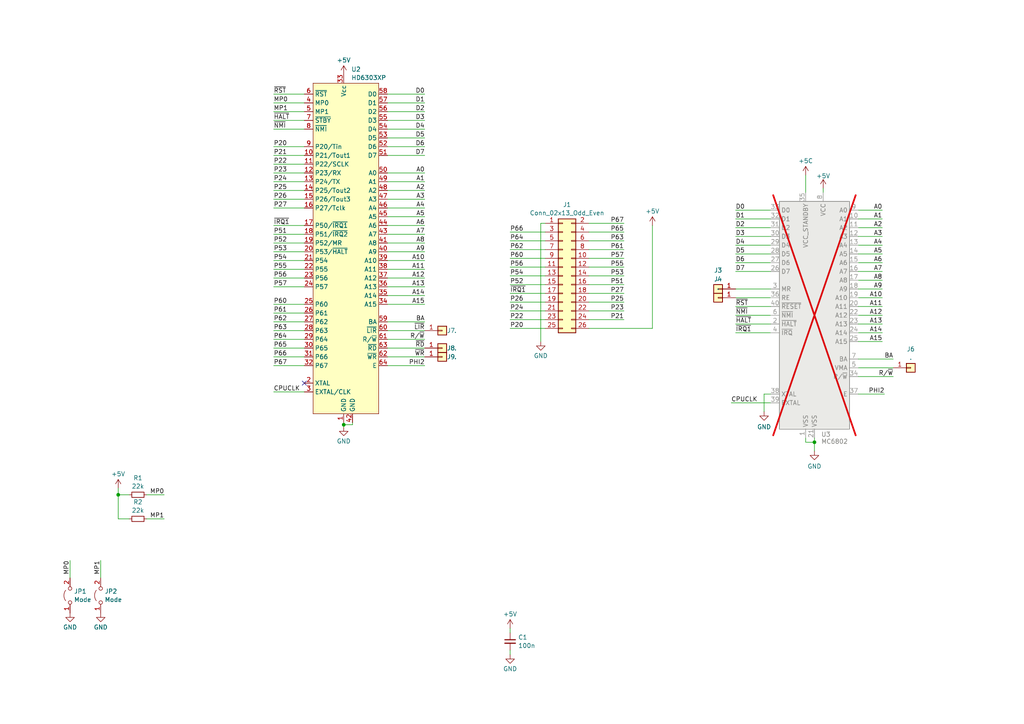
<source format=kicad_sch>
(kicad_sch (version 20231120) (generator "eeschema") (generator_version "8.0")
  (paper "A4")
  (lib_symbols
    (symbol "CPU_NXP_6800:MC6802"
      (property "Reference" "U99" (at 1.9559 -34.552 0))
      (property "Value" "MC6802" (at 1.9559 -36.6 0))
      (symbol "MC6802_0_1"
        (rectangle (start -10.16 -33.02) (end 10.16 33.02) (stroke (width 0.254)) (fill (type background)))
      )
      (symbol "MC6802_1_1"
        (pin power_in line (at -2.54 -35.56 90) (length 2.54) (name "VSS") (number "1"))
        (pin output line (at 12.7 27.94 180) (length 2.54) (name "A1") (number "10"))
        (pin output line (at 12.7 25.4 180) (length 2.54) (name "A2") (number "11"))
        (pin output line (at 12.7 22.86 180) (length 2.54) (name "A3") (number "12"))
        (pin output line (at 12.7 20.32 180) (length 2.54) (name "A4") (number "13"))
        (pin output line (at 12.7 17.78 180) (length 2.54) (name "A5") (number "14"))
        (pin output line (at 12.7 15.24 180) (length 2.54) (name "A6") (number "15"))
        (pin output line (at 12.7 12.7 180) (length 2.54) (name "A7") (number "16"))
        (pin output line (at 12.7 10.16 180) (length 2.54) (name "A8") (number "17"))
        (pin output line (at 12.7 7.62 180) (length 2.54) (name "A9") (number "18"))
        (pin output line (at 12.7 5.08 180) (length 2.54) (name "A10") (number "19"))
        (pin input line (at -12.7 -2.54 0) (length 2.54) (name "~{HALT}") (number "2"))
        (pin output line (at 12.7 2.54 180) (length 2.54) (name "A11") (number "20"))
        (pin power_in line (at 0 -35.56 90) (length 2.54) (name "VSS") (number "21"))
        (pin output line (at 12.7 0 180) (length 2.54) (name "A12") (number "22"))
        (pin output line (at 12.7 -2.54 180) (length 2.54) (name "A13") (number "23"))
        (pin output line (at 12.7 -5.08 180) (length 2.54) (name "A14") (number "24"))
        (pin output line (at 12.7 -7.62 180) (length 2.54) (name "A15") (number "25"))
        (pin bidirectional line (at -12.7 12.7 0) (length 2.54) (name "D7") (number "26"))
        (pin bidirectional line (at -12.7 15.24 0) (length 2.54) (name "D6") (number "27"))
        (pin bidirectional line (at -12.7 17.78 0) (length 2.54) (name "D5") (number "28"))
        (pin bidirectional line (at -12.7 20.32 0) (length 2.54) (name "D4") (number "29"))
        (pin input line (at -12.7 7.62 0) (length 2.54) (name "MR") (number "3"))
        (pin bidirectional line (at -12.7 22.86 0) (length 2.54) (name "D3") (number "30"))
        (pin bidirectional line (at -12.7 25.4 0) (length 2.54) (name "D2") (number "31"))
        (pin bidirectional line (at -12.7 27.94 0) (length 2.54) (name "D1") (number "32"))
        (pin bidirectional line (at -12.7 30.48 0) (length 2.54) (name "D0") (number "33"))
        (pin output line (at 12.7 -17.78 180) (length 2.54) (name "R/~{W}") (number "34"))
        (pin power_in line (at -2.54 35.56 270) (length 2.54) (name "VCC_STANDBY") (number "35"))
        (pin input line (at -12.7 5.08 0) (length 2.54) (name "RE") (number "36"))
        (pin output line (at 12.7 -22.86 180) (length 2.54) (name "E") (number "37"))
        (pin passive line (at -12.7 -22.86 0) (length 2.54) (name "XTAL") (number "38"))
        (pin passive line (at -12.7 -25.4 0) (length 2.54) (name "EXTAL") (number "39"))
        (pin input line (at -12.7 -5.08 0) (length 2.54) (name "~{IRQ}") (number "4"))
        (pin input line (at -12.7 2.54 0) (length 2.54) (name "~{RESET}") (number "40"))
        (pin output line (at 12.7 -15.24 180) (length 2.54) (name "VMA") (number "5"))
        (pin input line (at -12.7 0 0) (length 2.54) (name "~{NMI}") (number "6"))
        (pin output line (at 12.7 -12.7 180) (length 2.54) (name "BA") (number "7"))
        (pin power_in line (at 2.54 35.56 270) (length 2.54) (name "VCC") (number "8"))
        (pin output line (at 12.7 30.48 180) (length 2.54) (name "A0") (number "9"))
      )
    )
    (symbol "Connector_Generic:Conn_01x01" (pin_names (offset 1.016) hide)
      (property "Reference" "J" (at 0 2.54 0))
      (property "Value" "Conn_01x01" (at 0 -2.54 0))
      (symbol "Conn_01x01_1_1"
        (rectangle (start -1.27 0.127) (end 0 -0.127) (stroke (width 0.1524)))
        (rectangle (start -1.27 1.27) (end 1.27 -1.27) (stroke (width 0.254)) (fill (type background)))
        (pin passive line (at -5.08 0 0) (length 3.81) (name "Pin_1") (number "1"))
      )
    )
    (symbol "Connector_Generic:Conn_02x13_Odd_Even" (pin_names (offset 1.016) hide)
      (property "Reference" "J" (at 1.27 17.78 0))
      (property "Value" "Conn_02x13_Odd_Even" (at 1.27 -17.78 0))
      (symbol "Conn_02x13_Odd_Even_1_1"
        (rectangle (start -1.27 -15.113) (end 0 -15.367) (stroke (width 0.1524)))
        (rectangle (start -1.27 -12.573) (end 0 -12.827) (stroke (width 0.1524)))
        (rectangle (start -1.27 -10.033) (end 0 -10.287) (stroke (width 0.1524)))
        (rectangle (start -1.27 -7.493) (end 0 -7.747) (stroke (width 0.1524)))
        (rectangle (start -1.27 -4.953) (end 0 -5.207) (stroke (width 0.1524)))
        (rectangle (start -1.27 -2.413) (end 0 -2.667) (stroke (width 0.1524)))
        (rectangle (start -1.27 0.127) (end 0 -0.127) (stroke (width 0.1524)))
        (rectangle (start -1.27 2.667) (end 0 2.413) (stroke (width 0.1524)))
        (rectangle (start -1.27 5.207) (end 0 4.953) (stroke (width 0.1524)))
        (rectangle (start -1.27 7.747) (end 0 7.493) (stroke (width 0.1524)))
        (rectangle (start -1.27 10.287) (end 0 10.033) (stroke (width 0.1524)))
        (rectangle (start -1.27 12.827) (end 0 12.573) (stroke (width 0.1524)))
        (rectangle (start -1.27 15.367) (end 0 15.113) (stroke (width 0.1524)))
        (rectangle (start -1.27 16.51) (end 3.81 -16.51) (stroke (width 0.254)) (fill (type background)))
        (rectangle (start 3.81 -15.113) (end 2.54 -15.367) (stroke (width 0.1524)))
        (rectangle (start 3.81 -12.573) (end 2.54 -12.827) (stroke (width 0.1524)))
        (rectangle (start 3.81 -10.033) (end 2.54 -10.287) (stroke (width 0.1524)))
        (rectangle (start 3.81 -7.493) (end 2.54 -7.747) (stroke (width 0.1524)))
        (rectangle (start 3.81 -4.953) (end 2.54 -5.207) (stroke (width 0.1524)))
        (rectangle (start 3.81 -2.413) (end 2.54 -2.667) (stroke (width 0.1524)))
        (rectangle (start 3.81 0.127) (end 2.54 -0.127) (stroke (width 0.1524)))
        (rectangle (start 3.81 2.667) (end 2.54 2.413) (stroke (width 0.1524)))
        (rectangle (start 3.81 5.207) (end 2.54 4.953) (stroke (width 0.1524)))
        (rectangle (start 3.81 7.747) (end 2.54 7.493) (stroke (width 0.1524)))
        (rectangle (start 3.81 10.287) (end 2.54 10.033) (stroke (width 0.1524)))
        (rectangle (start 3.81 12.827) (end 2.54 12.573) (stroke (width 0.1524)))
        (rectangle (start 3.81 15.367) (end 2.54 15.113) (stroke (width 0.1524)))
        (pin passive line (at -5.08 15.24 0) (length 3.81) (name "Pin_1") (number "1"))
        (pin passive line (at 7.62 5.08 180) (length 3.81) (name "Pin_10") (number "10"))
        (pin passive line (at -5.08 2.54 0) (length 3.81) (name "Pin_11") (number "11"))
        (pin passive line (at 7.62 2.54 180) (length 3.81) (name "Pin_12") (number "12"))
        (pin passive line (at -5.08 0 0) (length 3.81) (name "Pin_13") (number "13"))
        (pin passive line (at 7.62 0 180) (length 3.81) (name "Pin_14") (number "14"))
        (pin passive line (at -5.08 -2.54 0) (length 3.81) (name "Pin_15") (number "15"))
        (pin passive line (at 7.62 -2.54 180) (length 3.81) (name "Pin_16") (number "16"))
        (pin passive line (at -5.08 -5.08 0) (length 3.81) (name "Pin_17") (number "17"))
        (pin passive line (at 7.62 -5.08 180) (length 3.81) (name "Pin_18") (number "18"))
        (pin passive line (at -5.08 -7.62 0) (length 3.81) (name "Pin_19") (number "19"))
        (pin passive line (at 7.62 15.24 180) (length 3.81) (name "Pin_2") (number "2"))
        (pin passive line (at 7.62 -7.62 180) (length 3.81) (name "Pin_20") (number "20"))
        (pin passive line (at -5.08 -10.16 0) (length 3.81) (name "Pin_21") (number "21"))
        (pin passive line (at 7.62 -10.16 180) (length 3.81) (name "Pin_22") (number "22"))
        (pin passive line (at -5.08 -12.7 0) (length 3.81) (name "Pin_23") (number "23"))
        (pin passive line (at 7.62 -12.7 180) (length 3.81) (name "Pin_24") (number "24"))
        (pin passive line (at -5.08 -15.24 0) (length 3.81) (name "Pin_25") (number "25"))
        (pin passive line (at 7.62 -15.24 180) (length 3.81) (name "Pin_26") (number "26"))
        (pin passive line (at -5.08 12.7 0) (length 3.81) (name "Pin_3") (number "3"))
        (pin passive line (at 7.62 12.7 180) (length 3.81) (name "Pin_4") (number "4"))
        (pin passive line (at -5.08 10.16 0) (length 3.81) (name "Pin_5") (number "5"))
        (pin passive line (at 7.62 10.16 180) (length 3.81) (name "Pin_6") (number "6"))
        (pin passive line (at -5.08 7.62 0) (length 3.81) (name "Pin_7") (number "7"))
        (pin passive line (at 7.62 7.62 180) (length 3.81) (name "Pin_8") (number "8"))
        (pin passive line (at -5.08 5.08 0) (length 3.81) (name "Pin_9") (number "9"))
      )
    )
    (symbol "Device:C_Small" (pin_numbers hide) (pin_names (offset 0.254) hide)
      (property "Reference" "C" (at 0.254 1.778 0))
      (property "Value" "C_Small" (at 0.254 -2.032 0))
      (symbol "C_Small_0_1"
        (polyline (pts (xy -1.524 -0.508) (xy 1.524 -0.508)) (stroke (width 0.3302)))
        (polyline (pts (xy -1.524 0.508) (xy 1.524 0.508)) (stroke (width 0.3048)))
      )
      (symbol "C_Small_1_1"
        (pin passive line (at 0 2.54 270) (length 2.032) (name "~") (number "1"))
        (pin passive line (at 0 -2.54 90) (length 2.032) (name "~") (number "2"))
      )
    )
    (symbol "Device:R_Small" (pin_numbers hide) (pin_names (offset 0.254) hide)
      (property "Reference" "R" (at 0.762 0.508 0))
      (property "Value" "R_Small" (at 0.762 -1.016 0))
      (symbol "R_Small_0_1"
        (rectangle (start -0.762 1.778) (end 0.762 -1.778) (stroke (width 0.2032)))
      )
      (symbol "R_Small_1_1"
        (pin passive line (at 0 2.54 270) (length 0.762) (name "~") (number "1"))
        (pin passive line (at 0 -2.54 90) (length 0.762) (name "~") (number "2"))
      )
    )
    (symbol "Jumper:Jumper_2_Open" (pin_names (offset 0) hide)
      (property "Reference" "JP" (at 0 2.794 0))
      (property "Value" "Jumper_2_Open" (at 0 -2.286 0))
      (symbol "Jumper_2_Open_0_0"
        (circle (center -2.032 0) (radius 0.508))
        (circle (center 2.032 0) (radius 0.508))
      )
      (symbol "Jumper_2_Open_0_1"
        (arc (start 1.524 1.27) (mid 0 1.778) (end -1.524 1.27))
      )
      (symbol "Jumper_2_Open_1_1"
        (pin passive line (at -5.08 0 0) (length 2.54) (name "A") (number "1"))
        (pin passive line (at 5.08 0 180) (length 2.54) (name "B") (number "2"))
      )
    )
    (symbol "my_ics_new:HD6303XP"
      (property "Reference" "U" (at 1.905 50.165 0))
      (property "Value" "HD6303XP" (at 6.35 47.625 0))
      (symbol "HD6303XP_1_1"
        (rectangle (start -8.89 46.355) (end 10.16 -49.53) (fill (type background)))
        (pin power_in line (at 0 -52.07 90) (length 2.54) (name "GND") (number "1"))
        (pin bidirectional line (at -11.43 25.4 0) (length 2.54) (name "P21/Tout1") (number "10"))
        (pin bidirectional line (at -11.43 22.86 0) (length 2.54) (name "P22/SCLK") (number "11"))
        (pin bidirectional line (at -11.43 20.32 0) (length 2.54) (name "P23/RX") (number "12"))
        (pin bidirectional line (at -11.43 17.78 0) (length 2.54) (name "P24/TX") (number "13"))
        (pin bidirectional line (at -11.43 15.24 0) (length 2.54) (name "P25/Tout2") (number "14"))
        (pin bidirectional line (at -11.43 12.7 0) (length 2.54) (name "P26/Tout3") (number "15"))
        (pin bidirectional line (at -11.43 10.16 0) (length 2.54) (name "P27/Tclk") (number "16"))
        (pin input line (at -11.43 5.08 0) (length 2.54) (name "P50/~{IRQ1}") (number "17"))
        (pin input line (at -11.43 2.54 0) (length 2.54) (name "P51/~{IRQ2}") (number "18"))
        (pin input line (at -11.43 0 0) (length 2.54) (name "P52/MR") (number "19"))
        (pin output line (at -11.43 -40.64 0) (length 2.54) (name "XTAL") (number "2"))
        (pin input line (at -11.43 -2.54 0) (length 2.54) (name "P53/~{HALT}") (number "20"))
        (pin input line (at -11.43 -5.08 0) (length 2.54) (name "P54") (number "21"))
        (pin input line (at -11.43 -7.62 0) (length 2.54) (name "P55") (number "22"))
        (pin input line (at -11.43 -10.16 0) (length 2.54) (name "P56") (number "23"))
        (pin input line (at -11.43 -12.7 0) (length 2.54) (name "P57") (number "24"))
        (pin bidirectional line (at -11.43 -17.78 0) (length 2.54) (name "P60") (number "25"))
        (pin bidirectional line (at -11.43 -20.32 0) (length 2.54) (name "P61") (number "26"))
        (pin bidirectional line (at -11.43 -22.86 0) (length 2.54) (name "P62") (number "27"))
        (pin bidirectional line (at -11.43 -25.4 0) (length 2.54) (name "P63") (number "28"))
        (pin bidirectional line (at -11.43 -27.94 0) (length 2.54) (name "P64") (number "29"))
        (pin input line (at -11.43 -43.18 0) (length 2.54) (name "EXTAL/CLK") (number "3"))
        (pin bidirectional line (at -11.43 -30.48 0) (length 2.54) (name "P65") (number "30"))
        (pin bidirectional line (at -11.43 -33.02 0) (length 2.54) (name "P66") (number "31"))
        (pin bidirectional line (at -11.43 -35.56 0) (length 2.54) (name "P67") (number "32"))
        (pin power_in line (at 0 48.895 270) (length 2.54) (name "Vcc") (number "33"))
        (pin power_in line (at 12.7 -17.78 180) (length 2.54) (name "A15") (number "34"))
        (pin power_in line (at 12.7 -15.24 180) (length 2.54) (name "A14") (number "35"))
        (pin power_in line (at 12.7 -12.7 180) (length 2.54) (name "A13") (number "36"))
        (pin power_in line (at 12.7 -10.16 180) (length 2.54) (name "A12") (number "37"))
        (pin power_in line (at 12.7 -7.62 180) (length 2.54) (name "A11") (number "38"))
        (pin power_in line (at 12.7 -5.08 180) (length 2.54) (name "A10") (number "39"))
        (pin input line (at -11.43 40.64 0) (length 2.54) (name "MP0") (number "4"))
        (pin power_in line (at 12.7 -2.54 180) (length 2.54) (name "A9") (number "40"))
        (pin power_in line (at 12.7 0 180) (length 2.54) (name "A8") (number "41"))
        (pin power_in line (at 2.54 -52.07 90) (length 2.54) (name "GND") (number "42"))
        (pin power_in line (at 12.7 2.54 180) (length 2.54) (name "A7") (number "43"))
        (pin power_in line (at 12.7 5.08 180) (length 2.54) (name "A6") (number "44"))
        (pin power_in line (at 12.7 7.62 180) (length 2.54) (name "A5") (number "45"))
        (pin power_in line (at 12.7 10.16 180) (length 2.54) (name "A4") (number "46"))
        (pin power_in line (at 12.7 12.7 180) (length 2.54) (name "A3") (number "47"))
        (pin power_in line (at 12.7 15.24 180) (length 2.54) (name "A2") (number "48"))
        (pin power_in line (at 12.7 17.78 180) (length 2.54) (name "A1") (number "49"))
        (pin input line (at -11.43 38.1 0) (length 2.54) (name "MP1") (number "5"))
        (pin power_in line (at 12.7 20.32 180) (length 2.54) (name "A0") (number "50"))
        (pin bidirectional line (at 12.7 25.4 180) (length 2.54) (name "D7") (number "51"))
        (pin bidirectional line (at 12.7 27.94 180) (length 2.54) (name "D6") (number "52"))
        (pin bidirectional line (at 12.7 30.48 180) (length 2.54) (name "D5") (number "53"))
        (pin bidirectional line (at 12.7 33.02 180) (length 2.54) (name "D4") (number "54"))
        (pin bidirectional line (at 12.7 35.56 180) (length 2.54) (name "D3") (number "55"))
        (pin bidirectional line (at 12.7 38.1 180) (length 2.54) (name "D2") (number "56"))
        (pin bidirectional line (at 12.7 40.64 180) (length 2.54) (name "D1") (number "57"))
        (pin bidirectional line (at 12.7 43.18 180) (length 2.54) (name "D0") (number "58"))
        (pin output line (at 12.7 -22.86 180) (length 2.54) (name "BA") (number "59"))
        (pin input line (at -11.43 43.18 0) (length 2.54) (name "~{RST}") (number "6"))
        (pin output line (at 12.7 -25.4 180) (length 2.54) (name "~{LIR}") (number "60"))
        (pin output line (at 12.7 -27.94 180) (length 2.54) (name "R/~{W}") (number "61"))
        (pin output line (at 12.7 -33.02 180) (length 2.54) (name "~{WR}") (number "62"))
        (pin output line (at 12.7 -30.48 180) (length 2.54) (name "~{RD}") (number "63"))
        (pin output line (at 12.7 -35.56 180) (length 2.54) (name "E") (number "64"))
        (pin input line (at -11.43 35.56 0) (length 2.54) (name "~{STBY}") (number "7"))
        (pin input line (at -11.43 33.02 0) (length 2.54) (name "~{NMI}") (number "8"))
        (pin bidirectional line (at -11.43 27.94 0) (length 2.54) (name "P20/Tin") (number "9"))
      )
    )
    (symbol "power:+5C" (power) (pin_names (offset 0))
      (property "Value" "+5C" (at 0 3.556 0))
      (symbol "+5C_0_1"
        (polyline (pts (xy -0.762 1.27) (xy 0 2.54)))
        (polyline (pts (xy 0 0) (xy 0 2.54)))
        (polyline (pts (xy 0 2.54) (xy 0.762 1.27)))
      )
      (symbol "+5C_1_1"
        (pin power_in line (at 0 0 90) (length 0) hide (name "+5C") (number "1"))
      )
    )
    (symbol "power:+5V" (power) (pin_names (offset 0))
      (property "Value" "+5V" (at 0 3.556 0))
      (symbol "+5V_0_1"
        (polyline (pts (xy -0.762 1.27) (xy 0 2.54)))
        (polyline (pts (xy 0 0) (xy 0 2.54)))
        (polyline (pts (xy 0 2.54) (xy 0.762 1.27)))
      )
      (symbol "+5V_1_1"
        (pin power_in line (at 0 0 90) (length 0) hide (name "+5V") (number "1"))
      )
    )
    (symbol "power:GND" (power) (pin_names (offset 0))
      (property "Value" "GND" (at 0 -3.81 0))
      (symbol "GND_0_1"
        (polyline (pts (xy 0 0) (xy 0 -1.27) (xy 1.27 -1.27) (xy 0 -2.54) (xy -1.27 -1.27) (xy 0 -1.27)))
      )
      (symbol "GND_1_1"
        (pin power_in line (at 0 0 270) (length 0) hide (name "GND") (number "1"))
      )
    )
  )
  (junction (at 236.22 128.27))
  (junction (at 99.695 123.19))
  (junction (at 34.29 143.51))
  (no_connect (at 88.265 111.125))
  (wire (pts (xy 79.375 80.645) (xy 88.265 80.645)))
  (wire (pts (xy 223.52 73.66) (xy 213.36 73.66)))
  (wire (pts (xy 170.815 92.71) (xy 180.975 92.71)))
  (wire (pts (xy 79.375 113.665) (xy 88.265 113.665)))
  (wire (pts (xy 248.92 99.06) (xy 255.905 99.06)))
  (wire (pts (xy 170.815 95.25) (xy 189.23 95.25)))
  (wire (pts (xy 79.375 45.085) (xy 88.265 45.085)))
  (wire (pts (xy 147.955 189.865) (xy 147.955 188.595)))
  (wire (pts (xy 259.08 104.14) (xy 248.92 104.14)))
  (wire (pts (xy 223.52 60.96) (xy 213.36 60.96)))
  (wire (pts (xy 112.395 83.185) (xy 123.19 83.185)))
  (wire (pts (xy 170.815 77.47) (xy 180.975 77.47)))
  (wire (pts (xy 223.52 66.04) (xy 213.36 66.04)))
  (wire (pts (xy 79.375 60.325) (xy 88.265 60.325)))
  (wire (pts (xy 112.395 88.265) (xy 123.19 88.265)))
  (wire (pts (xy 79.375 37.465) (xy 88.265 37.465)))
  (wire (pts (xy 213.36 83.82) (xy 223.52 83.82)))
  (wire (pts (xy 20.32 167.64) (xy 20.32 162.56)))
  (wire (pts (xy 112.395 52.705) (xy 123.19 52.705)))
  (wire (pts (xy 99.695 122.555) (xy 99.695 123.19)))
  (wire (pts (xy 112.395 60.325) (xy 123.19 60.325)))
  (wire (pts (xy 112.395 50.165) (xy 123.19 50.165)))
  (wire (pts (xy 212.09 116.84) (xy 223.52 116.84)))
  (wire (pts (xy 112.395 98.425) (xy 123.19 98.425)))
  (wire (pts (xy 233.68 128.27) (xy 233.68 127)))
  (wire (pts (xy 223.52 114.3) (xy 221.615 114.3)))
  (wire (pts (xy 29.21 167.64) (xy 29.21 162.56)))
  (wire (pts (xy 213.36 88.9) (xy 223.52 88.9)))
  (wire (pts (xy 79.375 27.305) (xy 88.265 27.305)))
  (wire (pts (xy 79.375 73.025) (xy 88.265 73.025)))
  (wire (pts (xy 213.36 96.52) (xy 223.52 96.52)))
  (wire (pts (xy 112.395 78.105) (xy 123.19 78.105)))
  (wire (pts (xy 147.955 182.245) (xy 147.955 183.515)))
  (wire (pts (xy 213.36 86.36) (xy 223.52 86.36)))
  (wire (pts (xy 112.395 29.845) (xy 123.19 29.845)))
  (wire (pts (xy 79.375 50.165) (xy 88.265 50.165)))
  (wire (pts (xy 112.395 73.025) (xy 123.19 73.025)))
  (wire (pts (xy 79.375 57.785) (xy 88.265 57.785)))
  (wire (pts (xy 79.375 90.805) (xy 88.265 90.805)))
  (wire (pts (xy 112.395 34.925) (xy 123.19 34.925)))
  (wire (pts (xy 259.08 106.68) (xy 248.92 106.68)))
  (wire (pts (xy 248.92 96.52) (xy 255.905 96.52)))
  (wire (pts (xy 79.375 32.385) (xy 88.265 32.385)))
  (wire (pts (xy 112.395 80.645) (xy 123.19 80.645)))
  (wire (pts (xy 79.375 98.425) (xy 88.265 98.425)))
  (wire (pts (xy 112.395 85.725) (xy 123.19 85.725)))
  (wire (pts (xy 112.395 65.405) (xy 123.19 65.405)))
  (wire (pts (xy 170.815 87.63) (xy 180.975 87.63)))
  (wire (pts (xy 112.395 32.385) (xy 123.19 32.385)))
  (wire (pts (xy 34.29 150.495) (xy 37.465 150.495)))
  (wire (pts (xy 79.375 70.485) (xy 88.265 70.485)))
  (wire (pts (xy 79.375 106.045) (xy 88.265 106.045)))
  (wire (pts (xy 248.92 93.98) (xy 255.905 93.98)))
  (wire (pts (xy 236.22 128.27) (xy 236.22 130.81)))
  (wire (pts (xy 170.815 74.93) (xy 180.975 74.93)))
  (wire (pts (xy 223.52 68.58) (xy 213.36 68.58)))
  (wire (pts (xy 233.68 50.8) (xy 233.68 55.88)))
  (wire (pts (xy 112.395 62.865) (xy 123.19 62.865)))
  (wire (pts (xy 34.29 141.605) (xy 34.29 143.51)))
  (wire (pts (xy 170.815 72.39) (xy 180.975 72.39)))
  (wire (pts (xy 147.955 87.63) (xy 158.115 87.63)))
  (wire (pts (xy 189.23 65.405) (xy 189.23 95.25)))
  (wire (pts (xy 248.92 60.96) (xy 255.905 60.96)))
  (wire (pts (xy 147.955 72.39) (xy 158.115 72.39)))
  (wire (pts (xy 79.375 34.925) (xy 88.265 34.925)))
  (wire (pts (xy 112.395 57.785) (xy 123.19 57.785)))
  (wire (pts (xy 79.375 88.265) (xy 88.265 88.265)))
  (wire (pts (xy 79.375 55.245) (xy 88.265 55.245)))
  (wire (pts (xy 248.92 83.82) (xy 255.905 83.82)))
  (wire (pts (xy 238.76 54.61) (xy 238.76 55.88)))
  (wire (pts (xy 79.375 29.845) (xy 88.265 29.845)))
  (wire (pts (xy 79.375 83.185) (xy 88.265 83.185)))
  (wire (pts (xy 34.29 143.51) (xy 37.465 143.51)))
  (wire (pts (xy 170.815 80.01) (xy 180.975 80.01)))
  (wire (pts (xy 79.375 52.705) (xy 88.265 52.705)))
  (wire (pts (xy 221.615 114.3) (xy 221.615 119.38)))
  (wire (pts (xy 112.395 103.505) (xy 123.19 103.505)))
  (wire (pts (xy 248.92 71.12) (xy 255.905 71.12)))
  (wire (pts (xy 248.92 73.66) (xy 255.905 73.66)))
  (wire (pts (xy 248.92 86.36) (xy 255.905 86.36)))
  (wire (pts (xy 223.52 76.2) (xy 213.36 76.2)))
  (wire (pts (xy 170.815 67.31) (xy 180.975 67.31)))
  (wire (pts (xy 42.545 143.51) (xy 47.625 143.51)))
  (wire (pts (xy 248.92 76.2) (xy 255.905 76.2)))
  (wire (pts (xy 156.845 64.77) (xy 156.845 99.06)))
  (wire (pts (xy 170.815 69.85) (xy 180.975 69.85)))
  (wire (pts (xy 248.92 68.58) (xy 255.905 68.58)))
  (wire (pts (xy 112.395 27.305) (xy 123.19 27.305)))
  (wire (pts (xy 147.955 85.09) (xy 158.115 85.09)))
  (wire (pts (xy 158.115 64.77) (xy 156.845 64.77)))
  (wire (pts (xy 79.375 47.625) (xy 88.265 47.625)))
  (wire (pts (xy 248.92 88.9) (xy 255.905 88.9)))
  (wire (pts (xy 79.375 100.965) (xy 88.265 100.965)))
  (wire (pts (xy 223.52 63.5) (xy 213.36 63.5)))
  (wire (pts (xy 79.375 93.345) (xy 88.265 93.345)))
  (wire (pts (xy 147.955 95.25) (xy 158.115 95.25)))
  (wire (pts (xy 147.955 90.17) (xy 158.115 90.17)))
  (wire (pts (xy 112.395 95.885) (xy 123.19 95.885)))
  (wire (pts (xy 79.375 65.405) (xy 88.265 65.405)))
  (wire (pts (xy 248.92 78.74) (xy 255.905 78.74)))
  (wire (pts (xy 102.235 122.555) (xy 102.235 123.19)))
  (wire (pts (xy 99.695 123.19) (xy 99.695 123.825)))
  (wire (pts (xy 102.235 123.19) (xy 99.695 123.19)))
  (wire (pts (xy 79.375 42.545) (xy 88.265 42.545)))
  (wire (pts (xy 213.36 93.98) (xy 223.52 93.98)))
  (wire (pts (xy 42.545 150.495) (xy 47.625 150.495)))
  (wire (pts (xy 79.375 78.105) (xy 88.265 78.105)))
  (wire (pts (xy 147.955 82.55) (xy 158.115 82.55)))
  (wire (pts (xy 248.92 91.44) (xy 255.905 91.44)))
  (wire (pts (xy 223.52 71.12) (xy 213.36 71.12)))
  (wire (pts (xy 147.955 80.01) (xy 158.115 80.01)))
  (wire (pts (xy 79.375 95.885) (xy 88.265 95.885)))
  (wire (pts (xy 34.29 143.51) (xy 34.29 150.495)))
  (wire (pts (xy 170.815 82.55) (xy 180.975 82.55)))
  (wire (pts (xy 79.375 67.945) (xy 88.265 67.945)))
  (wire (pts (xy 248.92 63.5) (xy 255.905 63.5)))
  (wire (pts (xy 147.955 92.71) (xy 158.115 92.71)))
  (wire (pts (xy 213.36 91.44) (xy 223.52 91.44)))
  (wire (pts (xy 259.08 109.22) (xy 248.92 109.22)))
  (wire (pts (xy 256.54 114.3) (xy 248.92 114.3)))
  (wire (pts (xy 112.395 55.245) (xy 123.19 55.245)))
  (wire (pts (xy 112.395 42.545) (xy 123.19 42.545)))
  (wire (pts (xy 223.52 78.74) (xy 213.36 78.74)))
  (wire (pts (xy 170.815 64.77) (xy 180.975 64.77)))
  (wire (pts (xy 147.955 67.31) (xy 158.115 67.31)))
  (wire (pts (xy 112.395 93.345) (xy 123.19 93.345)))
  (wire (pts (xy 147.955 74.93) (xy 158.115 74.93)))
  (wire (pts (xy 79.375 103.505) (xy 88.265 103.505)))
  (wire (pts (xy 248.92 81.28) (xy 255.905 81.28)))
  (wire (pts (xy 236.22 127) (xy 236.22 128.27)))
  (wire (pts (xy 112.395 67.945) (xy 123.19 67.945)))
  (wire (pts (xy 79.375 75.565) (xy 88.265 75.565)))
  (wire (pts (xy 248.92 66.04) (xy 255.905 66.04)))
  (wire (pts (xy 112.395 45.085) (xy 123.19 45.085)))
  (wire (pts (xy 236.22 128.27) (xy 233.68 128.27)))
  (wire (pts (xy 170.815 85.09) (xy 180.975 85.09)))
  (wire (pts (xy 147.955 69.85) (xy 158.115 69.85)))
  (wire (pts (xy 112.395 70.485) (xy 123.19 70.485)))
  (wire (pts (xy 112.395 37.465) (xy 123.19 37.465)))
  (wire (pts (xy 112.395 75.565) (xy 123.19 75.565)))
  (wire (pts (xy 147.955 77.47) (xy 158.115 77.47)))
  (wire (pts (xy 112.395 100.965) (xy 123.19 100.965)))
  (wire (pts (xy 112.395 106.045) (xy 123.19 106.045)))
  (wire (pts (xy 170.815 90.17) (xy 180.975 90.17)))
  (wire (pts (xy 112.395 40.005) (xy 123.19 40.005)))
  (label "A8" (at 255.905 81.28 180))
  (label "P54" (at 79.375 75.565 0))
  (label "P61" (at 180.975 72.39 180))
  (label "D3" (at 123.19 34.925 180))
  (label "R{slash}~{W}" (at 123.19 98.425 180))
  (label "PHI2" (at 256.54 114.3 180))
  (label "P55" (at 79.375 78.105 0))
  (label "BA" (at 259.08 104.14 180))
  (label "PHI2" (at 123.19 106.045 180))
  (label "MP1" (at 79.375 32.385 0))
  (label "D1" (at 213.36 63.5 0))
  (label "~{IRQ1}" (at 79.375 65.405 0))
  (label "A14" (at 255.905 96.52 180))
  (label "P57" (at 180.975 74.93 180))
  (label "P53" (at 79.375 73.025 0))
  (label "A7" (at 123.19 67.945 180))
  (label "P24" (at 147.955 90.17 0))
  (label "D7" (at 213.36 78.74 0))
  (label "~{NMI}" (at 213.36 91.44 0))
  (label "P27" (at 180.975 85.09 180))
  (label "P61" (at 79.375 90.805 0))
  (label "P60" (at 147.955 74.93 0))
  (label "A6" (at 255.905 76.2 180))
  (label "P67" (at 180.975 64.77 180))
  (label "A15" (at 123.19 88.265 180))
  (label "~{HALT}" (at 79.375 34.925 0))
  (label "P62" (at 79.375 93.345 0))
  (label "R{slash}~{W}" (at 259.08 109.22 180))
  (label "D3" (at 213.36 68.58 0))
  (label "P22" (at 147.955 92.71 0))
  (label "P56" (at 147.955 77.47 0))
  (label "D6" (at 213.36 76.2 0))
  (label "P65" (at 180.975 67.31 180))
  (label "A5" (at 255.905 73.66 180))
  (label "P20" (at 79.375 42.545 0))
  (label "A6" (at 123.19 65.405 180))
  (label "A5" (at 123.19 62.865 180))
  (label "A1" (at 255.905 63.5 180))
  (label "P66" (at 79.375 103.505 0))
  (label "P51" (at 180.975 82.55 180))
  (label "P25" (at 180.975 87.63 180))
  (label "P26" (at 79.375 57.785 0))
  (label "D0" (at 213.36 60.96 0))
  (label "BA" (at 123.19 93.345 180))
  (label "P23" (at 79.375 50.165 0))
  (label "D7" (at 123.19 45.085 180))
  (label "D2" (at 213.36 66.04 0))
  (label "P64" (at 79.375 98.425 0))
  (label "~{WR}" (at 123.19 103.505 180))
  (label "~{IRQ1}" (at 213.36 96.52 0))
  (label "A3" (at 255.905 68.58 180))
  (label "D5" (at 213.36 73.66 0))
  (label "CPUCLK" (at 79.375 113.665 0))
  (label "P51" (at 79.375 67.945 0))
  (label "A12" (at 123.19 80.645 180))
  (label "P63" (at 79.375 95.885 0))
  (label "P57" (at 79.375 83.185 0))
  (label "P55" (at 180.975 77.47 180))
  (label "P63" (at 180.975 69.85 180))
  (label "P21" (at 79.375 45.085 0))
  (label "P52" (at 79.375 70.485 0))
  (label "D6" (at 123.19 42.545 180))
  (label "A0" (at 255.905 60.96 180))
  (label "P67" (at 79.375 106.045 0))
  (label "P52" (at 147.955 82.55 0))
  (label "P20" (at 147.955 95.25 0))
  (label "P62" (at 147.955 72.39 0))
  (label "D0" (at 123.19 27.305 180))
  (label "~{IRQ1}" (at 147.955 85.09 0))
  (label "MP0" (at 79.375 29.845 0))
  (label "D1" (at 123.19 29.845 180))
  (label "MP0" (at 20.32 162.56 270))
  (label "P21" (at 180.975 92.71 180))
  (label "P53" (at 180.975 80.01 180))
  (label "P27" (at 79.375 60.325 0))
  (label "P65" (at 79.375 100.965 0))
  (label "P22" (at 79.375 47.625 0))
  (label "D5" (at 123.19 40.005 180))
  (label "P60" (at 79.375 88.265 0))
  (label "D2" (at 123.19 32.385 180))
  (label "A8" (at 123.19 70.485 180))
  (label "A0" (at 123.19 50.165 180))
  (label "A2" (at 255.905 66.04 180))
  (label "P64" (at 147.955 69.85 0))
  (label "P54" (at 147.955 80.01 0))
  (label "~{LIR}" (at 123.19 95.885 180))
  (label "~{HALT}" (at 213.36 93.98 0))
  (label "~{RST}" (at 79.375 27.305 0))
  (label "A13" (at 123.19 83.185 180))
  (label "~{RD}" (at 123.19 100.965 180))
  (label "MP1" (at 29.21 162.56 270))
  (label "CPUCLK" (at 212.09 116.84 0))
  (label "A11" (at 255.905 88.9 180))
  (label "MP0" (at 47.625 143.51 180))
  (label "A9" (at 123.19 73.025 180))
  (label "A10" (at 123.19 75.565 180))
  (label "P66" (at 147.955 67.31 0))
  (label "A10" (at 255.905 86.36 180))
  (label "P24" (at 79.375 52.705 0))
  (label "~{RST}" (at 213.36 88.9 0))
  (label "P26" (at 147.955 87.63 0))
  (label "A2" (at 123.19 55.245 180))
  (label "A12" (at 255.905 91.44 180))
  (label "A13" (at 255.905 93.98 180))
  (label "MP1" (at 47.625 150.495 180))
  (label "A4" (at 123.19 60.325 180))
  (label "A9" (at 255.905 83.82 180))
  (label "A3" (at 123.19 57.785 180))
  (label "A7" (at 255.905 78.74 180))
  (label "A14" (at 123.19 85.725 180))
  (label "A4" (at 255.905 71.12 180))
  (label "A15" (at 255.905 99.06 180))
  (label "A11" (at 123.19 78.105 180))
  (label "P56" (at 79.375 80.645 0))
  (label "~{NMI}" (at 79.375 37.465 0))
  (label "P23" (at 180.975 90.17 180))
  (label "D4" (at 213.36 71.12 0))
  (label "D4" (at 123.19 37.465 180))
  (label "A1" (at 123.19 52.705 180))
  (label "P25" (at 79.375 55.245 0))
  (symbol (lib_id "Connector_Generic:Conn_01x01") (at 208.28 83.82 0) (mirror y) (unit 1)
    (property "Reference" "J3" (at 208.28 78.4057 0))
    (property "Value" "." (at 208.28 80.8299 0))
    (property "Footprint" "Connector_PinHeader_2.00mm:PinHeader_1x01_P2.00mm_Vertical" (effects (hide yes)))
  )
  (symbol (lib_id "my_ics_new:HD6303XP") (at 99.695 70.485 0) (unit 1)
    (property "Reference" "U2" (at 101.8891 20.1127 0) (effects (justify left)))
    (property "Value" "HD6303XP" (at 101.8891 22.5369 0) (effects (justify left)))
    (property "Footprint" "my_own_conn:DIP-64_W19.05mm_P1.77" (effects (hide yes)))
  )
  (symbol (lib_id "power:GND") (at 221.615 119.38 0) (mirror y) (unit 1)
    (property "Reference" "#PWR018" (effects (hide yes)))
    (property "Value" "GND" (at 221.615 123.8234 0))
  )
  (symbol (lib_id "Device:C_Small") (at 147.955 186.055 0) (unit 1)
    (property "Reference" "C1" (at 150.2791 184.8492 0) (effects (justify left)))
    (property "Value" "100n" (at 150.2791 187.2734 0) (effects (justify left)))
    (property "Footprint" "Capacitor_SMD:C_1206_3216Metric_Pad1.33x1.80mm_HandSolder" (effects (hide yes)))
  )
  (symbol (lib_id "Connector_Generic:Conn_02x13_Odd_Even") (at 163.195 80.01 0) (unit 1)
    (property "Reference" "J1" (at 164.465 59.3557 0))
    (property "Value" "Conn_02x13_Odd_Even" (at 164.465 61.7799 0))
    (property "Footprint" "Connector_PinHeader_2.54mm:PinHeader_2x13_P2.54mm_Horizontal" (effects (hide yes)))
  )
  (symbol (lib_id "power:GND") (at 29.21 177.8 0) (unit 1)
    (property "Reference" "#PWR05" (effects (hide yes)))
    (property "Value" "GND" (at 29.21 181.9331 0))
  )
  (symbol (lib_id "Connector_Generic:Conn_01x01") (at 128.27 100.965 0) (unit 1)
    (property "Reference" "J8" (at 130.81 100.965 0))
    (property "Value" "." (at 132.08 100.965 0))
    (property "Footprint" "Connector_PinHeader_2.00mm:PinHeader_1x01_P2.00mm_Vertical" (effects (hide yes)))
  )
  (symbol (lib_id "Jumper:Jumper_2_Open") (at 29.21 172.72 90) (unit 1)
    (property "Reference" "JP2" (at 30.353 171.5079 90) (effects (justify right)))
    (property "Value" "Mode" (at 30.353 173.9321 90) (effects (justify right)))
    (property "Footprint" "Connector_PinHeader_2.54mm:PinHeader_1x02_P2.54mm_Vertical" (effects (hide yes)))
  )
  (symbol (lib_id "power:GND") (at 99.695 123.825 0) (unit 1)
    (property "Reference" "#PWR02" (effects (hide yes)))
    (property "Value" "GND" (at 99.695 127.9581 0))
  )
  (symbol (lib_id "Device:R_Small") (at 40.005 150.495 90) (unit 1)
    (property "Reference" "R2" (at 40.005 145.6141 90))
    (property "Value" "22k" (at 40.005 148.0383 90))
    (property "Footprint" "Resistor_SMD:R_1206_3216Metric_Pad1.30x1.75mm_HandSolder" (effects (hide yes)))
  )
  (symbol (lib_id "Connector_Generic:Conn_01x01") (at 128.27 103.505 0) (unit 1)
    (property "Reference" "J9" (at 130.81 103.505 0))
    (property "Value" "." (at 132.08 103.505 0))
    (property "Footprint" "Connector_PinHeader_2.00mm:PinHeader_1x01_P2.00mm_Vertical" (effects (hide yes)))
  )
  (symbol (lib_id "power:GND") (at 156.845 99.06 0) (unit 1)
    (property "Reference" "#PWR015" (effects (hide yes)))
    (property "Value" "GND" (at 156.845 103.1931 0))
  )
  (symbol (lib_id "power:GND") (at 147.955 189.865 0) (unit 1)
    (property "Reference" "#PWR04" (effects (hide yes)))
    (property "Value" "GND" (at 147.955 193.9981 0))
  )
  (symbol (lib_id "power:GND") (at 20.32 177.8 0) (unit 1)
    (property "Reference" "#PWR01" (effects (hide yes)))
    (property "Value" "GND" (at 20.32 181.9331 0))
  )
  (symbol (lib_id "power:GND") (at 236.22 130.81 0) (mirror y) (unit 1)
    (property "Reference" "#PWR019" (effects (hide yes)))
    (property "Value" "GND" (at 236.22 135.2534 0))
  )
  (symbol (lib_id "power:+5V") (at 189.23 65.405 0) (unit 1)
    (property "Reference" "#PWR016" (effects (hide yes)))
    (property "Value" "+5V" (at 189.23 61.2719 0))
  )
  (symbol (lib_id "power:+5V") (at 34.29 141.605 0) (unit 1)
    (property "Reference" "#PWR09" (effects (hide yes)))
    (property "Value" "+5V" (at 34.29 137.4719 0))
  )
  (symbol (lib_id "power:+5V") (at 238.76 54.61 0) (unit 1)
    (property "Reference" "#PWR017" (effects (hide yes)))
    (property "Value" "+5V" (at 238.76 51.0342 0))
  )
  (symbol (lib_id "Connector_Generic:Conn_01x01") (at 208.28 86.36 0) (mirror y) (unit 1)
    (property "Reference" "J4" (at 208.28 80.9457 0))
    (property "Value" "." (at 208.28 83.3699 0))
    (property "Footprint" "Connector_PinHeader_2.00mm:PinHeader_1x01_P2.00mm_Vertical" (effects (hide yes)))
  )
  (symbol (lib_id "Device:R_Small") (at 40.005 143.51 90) (unit 1)
    (property "Reference" "R1" (at 40.005 138.6291 90))
    (property "Value" "22k" (at 40.005 141.0533 90))
    (property "Footprint" "Resistor_SMD:R_1206_3216Metric_Pad1.30x1.75mm_HandSolder" (effects (hide yes)))
  )
  (symbol (lib_id "Connector_Generic:Conn_01x01") (at 264.16 106.68 0) (unit 1)
    (property "Reference" "J6" (at 264.16 101.2657 0))
    (property "Value" "." (at 264.16 103.6899 0))
    (property "Footprint" "Connector_PinHeader_2.00mm:PinHeader_1x01_P2.00mm_Vertical" (effects (hide yes)))
  )
  (symbol (lib_id "power:+5C") (at 233.68 50.8 0) (unit 1)
    (property "Reference" "#PWR020" (effects (hide yes)))
    (property "Value" "+5C" (at 233.68 46.6669 0))
  )
  (symbol (lib_id "power:+5V") (at 147.955 182.245 0) (unit 1)
    (property "Reference" "#PWR06" (effects (hide yes)))
    (property "Value" "+5V" (at 147.955 178.1119 0))
  )
  (symbol (lib_id "Connector_Generic:Conn_01x01") (at 128.27 95.885 0) (unit 1)
    (property "Reference" "J7" (at 130.81 95.885 0))
    (property "Value" "." (at 132.08 95.885 0))
    (property "Footprint" "Connector_PinHeader_2.00mm:PinHeader_1x01_P2.00mm_Vertical" (effects (hide yes)))
  )
  (symbol (lib_id "power:+5V") (at 99.695 21.59 0) (unit 1)
    (property "Reference" "#PWR03" (effects (hide yes)))
    (property "Value" "+5V" (at 99.695 17.4569 0))
  )
  (symbol (lib_id "CPU_NXP_6800:MC6802") (at 236.22 91.44 0) (unit 1) (in_bom no) (dnp yes)
    (property "Reference" "U3" (at 238.1759 125.992 0) (effects (justify left)))
    (property "Value" "MC6802" (at 238.1759 128.04 0) (effects (justify left)))
    (property "Footprint" "Package_DIP:DIP-40_W15.24mm" (effects (hide yes)))
    (property "Datasheet" "https://www.jameco.com/Jameco/Products/ProdDS/43502.pdf" (effects (hide yes)))
  )
  (symbol (lib_id "Jumper:Jumper_2_Open") (at 20.32 172.72 90) (unit 1)
    (property "Reference" "JP1" (at 21.463 171.5079 90) (effects (justify right)))
    (property "Value" "Mode" (at 21.463 173.9321 90) (effects (justify right)))
    (property "Footprint" "Connector_PinHeader_2.54mm:PinHeader_1x02_P2.54mm_Vertical" (effects (hide yes)))
  )
)
</source>
